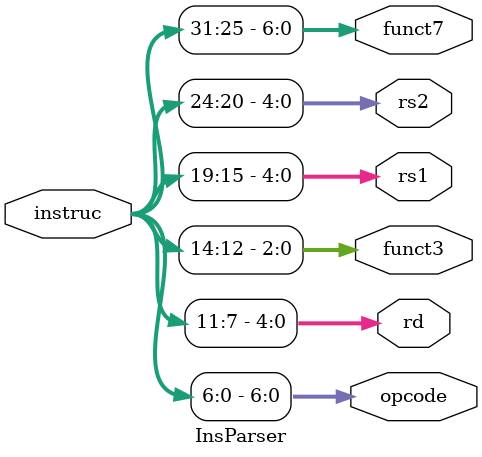
<source format=v>
`timescale 1ns / 1ps

module InsParser(
    input [31:0] instruc,
    output [6:0] opcode,
    output [4:0] rd,
    output [2:0] funct3,
    output [4:0] rs1,
    output [4:0] rs2,
    output [6:0] funct7

);

assign opcode = instruc[6:0];
assign rd = instruc[11:7];
assign funct3 = instruc[14:12];
assign rs1 = instruc[19:15];
assign rs2 = instruc[24:20];
assign funct7 = instruc[31:25];


endmodule 
</source>
